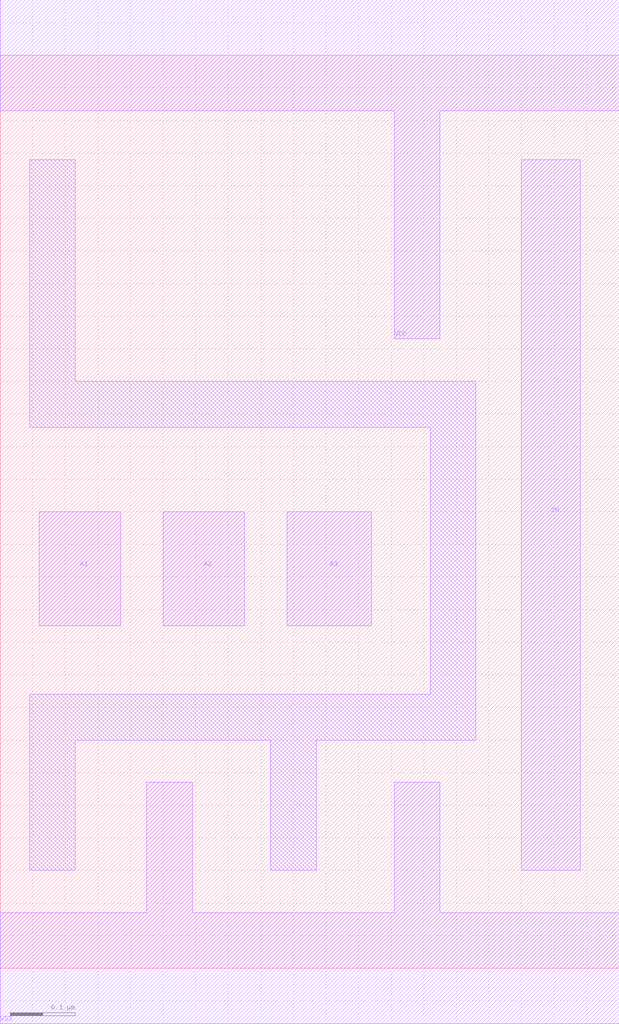
<source format=lef>
# 
# ******************************************************************************
# *                                                                            *
# *                   Copyright (C) 2004-2010, Nangate Inc.                    *
# *                           All rights reserved.                             *
# *                                                                            *
# * Nangate and the Nangate logo are trademarks of Nangate Inc.                *
# *                                                                            *
# * All trademarks, logos, software marks, and trade names (collectively the   *
# * "Marks") in this program are proprietary to Nangate or other respective    *
# * owners that have granted Nangate the right and license to use such Marks.  *
# * You are not permitted to use the Marks without the prior written consent   *
# * of Nangate or such third party that may own the Marks.                     *
# *                                                                            *
# * This file has been provided pursuant to a License Agreement containing     *
# * restrictions on its use. This file contains valuable trade secrets and     *
# * proprietary information of Nangate Inc., and is protected by U.S. and      *
# * international laws and/or treaties.                                        *
# *                                                                            *
# * The copyright notice(s) in this file does not indicate actual or intended  *
# * publication of this file.                                                  *
# *                                                                            *
# *     NGLibraryCreator, v2010.08-HR32-SP3-2010-08-05 - build 1009061800      *
# *                                                                            *
# ******************************************************************************
# 
# 
# Running on brazil06.nangate.com.br for user Giancarlo Franciscatto (gfr).
# Local time is now Fri, 3 Dec 2010, 19:32:18.
# Main process id is 27821.

VERSION 5.6 ;
BUSBITCHARS "[]" ;
DIVIDERCHAR "/" ;

MACRO OR3_X1
  CLASS core ;
  FOREIGN OR3_X1 0.0 0.0 ;
  ORIGIN 0 0 ;
  SYMMETRY X Y ;
  SITE FreePDK45_38x28_10R_NP_162NW_34O ;
  SIZE 0.95 BY 1.4 ;
  PIN A1
    DIRECTION INPUT ;
    ANTENNAPARTIALMETALAREA 0.021875 LAYER metal1 ;
    ANTENNAPARTIALMETALSIDEAREA 0.078 LAYER metal1 ;
    ANTENNAGATEAREA 0.02625 ;
    PORT
      LAYER metal1 ;
        POLYGON 0.06 0.525 0.185 0.525 0.185 0.7 0.06 0.7  ;
    END
  END A1
  PIN A2
    DIRECTION INPUT ;
    ANTENNAPARTIALMETALAREA 0.021875 LAYER metal1 ;
    ANTENNAPARTIALMETALSIDEAREA 0.078 LAYER metal1 ;
    ANTENNAGATEAREA 0.02625 ;
    PORT
      LAYER metal1 ;
        POLYGON 0.25 0.525 0.375 0.525 0.375 0.7 0.25 0.7  ;
    END
  END A2
  PIN A3
    DIRECTION INPUT ;
    ANTENNAPARTIALMETALAREA 0.02275 LAYER metal1 ;
    ANTENNAPARTIALMETALSIDEAREA 0.0793 LAYER metal1 ;
    ANTENNAGATEAREA 0.02625 ;
    PORT
      LAYER metal1 ;
        POLYGON 0.44 0.525 0.57 0.525 0.57 0.7 0.44 0.7  ;
    END
  END A3
  PIN ZN
    DIRECTION OUTPUT ;
    ANTENNAPARTIALMETALAREA 0.0981 LAYER metal1 ;
    ANTENNAPARTIALMETALSIDEAREA 0.3068 LAYER metal1 ;
    ANTENNADIFFAREA 0.109725 ;
    PORT
      LAYER metal1 ;
        POLYGON 0.8 0.15 0.89 0.15 0.89 1.24 0.8 1.24  ;
    END
  END ZN
  PIN VDD
    DIRECTION INOUT ;
    USE power ;
    SHAPE ABUTMENT ;
    PORT
      LAYER metal1 ;
        POLYGON 0 1.315 0.605 1.315 0.605 0.965 0.675 0.965 0.675 1.315 0.73 1.315 0.95 1.315 0.95 1.485 0.73 1.485 0 1.485  ;
    END
  END VDD
  PIN VSS
    DIRECTION INOUT ;
    USE ground ;
    SHAPE ABUTMENT ;
    PORT
      LAYER metal1 ;
        POLYGON 0 -0.085 0.95 -0.085 0.95 0.085 0.675 0.085 0.675 0.285 0.605 0.285 0.605 0.085 0.295 0.085 0.295 0.285 0.225 0.285 0.225 0.085 0 0.085  ;
    END
  END VSS
  OBS
      LAYER metal1 ;
        POLYGON 0.045 0.83 0.66 0.83 0.66 0.42 0.045 0.42 0.045 0.15 0.115 0.15 0.115 0.35 0.415 0.35 0.415 0.15 0.485 0.15 0.485 0.35 0.73 0.35 0.73 0.9 0.115 0.9 0.115 1.24 0.045 1.24  ;
  END
END OR3_X1

END LIBRARY
#
# End of file
#

</source>
